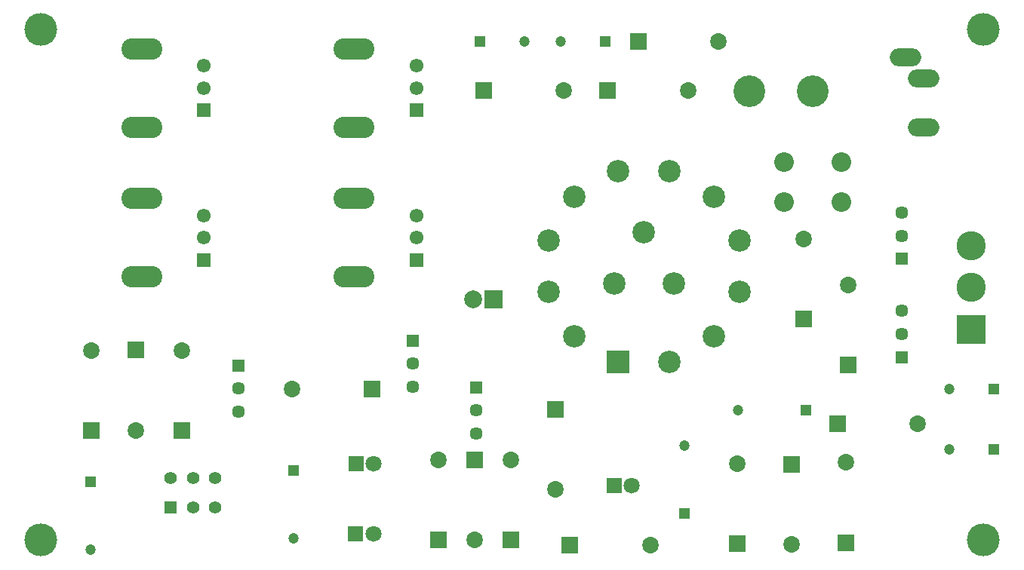
<source format=gts>
G04*
G04 #@! TF.GenerationSoftware,Altium Limited,Altium Designer,25.8.1 (18)*
G04*
G04 Layer_Color=8388736*
%FSLAX44Y44*%
%MOMM*%
G71*
G04*
G04 #@! TF.SameCoordinates,5FE610AC-4606-444D-BD4F-D10E618BF681*
G04*
G04*
G04 #@! TF.FilePolarity,Negative*
G04*
G01*
G75*
%ADD17R,1.4000X1.4000*%
%ADD18C,1.4000*%
%ADD19R,1.8580X1.8580*%
%ADD20R,1.8580X1.8580*%
%ADD21C,1.5500*%
%ADD22C,1.8580*%
%ADD23O,3.5240X2.0160*%
%ADD24C,3.2830*%
%ADD25C,1.4500*%
%ADD26C,3.5560*%
%ADD27R,3.2830X3.2830*%
%ADD28C,2.0080*%
%ADD29C,1.8080*%
%ADD30R,1.5500X1.5500*%
G04:AMPARAMS|DCode=31|XSize=2.4mm|YSize=4.6mm|CornerRadius=1.2mm|HoleSize=0mm|Usage=FLASHONLY|Rotation=90.000|XOffset=0mm|YOffset=0mm|HoleType=Round|Shape=RoundedRectangle|*
%AMROUNDEDRECTD31*
21,1,2.4000,2.2000,0,0,90.0*
21,1,0.0000,4.6000,0,0,90.0*
1,1,2.4000,1.1000,0.0000*
1,1,2.4000,1.1000,0.0000*
1,1,2.4000,-1.1000,0.0000*
1,1,2.4000,-1.1000,0.0000*
%
%ADD31ROUNDEDRECTD31*%
%ADD32C,2.5080*%
%ADD33C,3.6830*%
%ADD34R,1.2000X1.2000*%
%ADD35C,1.2000*%
%ADD36R,1.2000X1.2000*%
%ADD37R,1.8080X1.8080*%
%ADD38R,1.4500X1.4500*%
%ADD39R,2.0080X2.0080*%
%ADD40C,2.2080*%
%ADD41R,2.5080X2.5080*%
D17*
X187785Y80917D02*
D03*
D18*
X237785D02*
D03*
Y113917D02*
D03*
X187785D02*
D03*
X212785Y80917D02*
D03*
Y113917D02*
D03*
D19*
X635712Y38649D02*
D03*
X712169Y603963D02*
D03*
X538672Y548560D02*
D03*
X678079D02*
D03*
X936142Y174213D02*
D03*
X413815Y213355D02*
D03*
D20*
X487955Y43867D02*
D03*
X898103Y292115D02*
D03*
X884175Y128959D02*
D03*
X823302Y39580D02*
D03*
X528660Y133867D02*
D03*
X569364Y43867D02*
D03*
X148711Y257283D02*
D03*
X98577Y166747D02*
D03*
X619646Y190727D02*
D03*
X200453Y166975D02*
D03*
X945048Y41133D02*
D03*
X947898Y240740D02*
D03*
D21*
X463571Y408473D02*
D03*
Y383473D02*
D03*
X225123D02*
D03*
Y551469D02*
D03*
Y576469D02*
D03*
Y408473D02*
D03*
X463571Y576469D02*
D03*
Y551469D02*
D03*
D22*
X148711Y167283D02*
D03*
X725712Y38649D02*
D03*
X323815Y213355D02*
D03*
X98577Y256747D02*
D03*
X823302Y129580D02*
D03*
X628672Y548560D02*
D03*
X768079D02*
D03*
X802169Y603963D02*
D03*
X898103Y382115D02*
D03*
X1026142Y174213D02*
D03*
X884175Y38959D02*
D03*
X487955Y133867D02*
D03*
X619646Y100727D02*
D03*
X569364Y133867D02*
D03*
X200453Y256975D02*
D03*
X945048Y131133D02*
D03*
X947898Y330740D02*
D03*
X528660Y43867D02*
D03*
D23*
X1032264Y506989D02*
D03*
Y561989D02*
D03*
X1012264Y585989D02*
D03*
D24*
X1085606Y374626D02*
D03*
Y327626D02*
D03*
D25*
X1007658Y385711D02*
D03*
Y275414D02*
D03*
X530161Y163495D02*
D03*
Y189495D02*
D03*
X1007658Y411711D02*
D03*
Y301414D02*
D03*
X459384Y242041D02*
D03*
Y216041D02*
D03*
X263736Y214121D02*
D03*
Y188121D02*
D03*
D26*
X837427Y547910D02*
D03*
X907799D02*
D03*
D27*
X1085606Y280626D02*
D03*
D28*
X526850Y314158D02*
D03*
D29*
X705363Y104862D02*
D03*
X415544Y129978D02*
D03*
X415463Y50623D02*
D03*
D30*
X225123Y526469D02*
D03*
Y358473D02*
D03*
X463571D02*
D03*
Y526469D02*
D03*
D31*
X155122Y507469D02*
D03*
Y595469D02*
D03*
Y427473D02*
D03*
Y339473D02*
D03*
X393571Y427473D02*
D03*
Y339473D02*
D03*
Y595469D02*
D03*
Y507469D02*
D03*
D32*
X718746Y389724D02*
D03*
X690017Y458442D02*
D03*
X685404Y331974D02*
D03*
X640257Y429713D02*
D03*
X747475Y458442D02*
D03*
X825964Y322495D02*
D03*
X797235Y272735D02*
D03*
X747475Y244006D02*
D03*
X825964Y379953D02*
D03*
X797235Y429713D02*
D03*
X752088Y331974D02*
D03*
X611528Y322495D02*
D03*
X640257Y272735D02*
D03*
X611528Y379953D02*
D03*
D33*
X1099706Y43993D02*
D03*
Y617227D02*
D03*
X42070D02*
D03*
Y43993D02*
D03*
D34*
X764540Y73630D02*
D03*
X98309Y109396D02*
D03*
X325920Y122264D02*
D03*
D35*
X764540Y149890D02*
D03*
X1061770Y145527D02*
D03*
Y213891D02*
D03*
X824104Y189526D02*
D03*
X98309Y33136D02*
D03*
X625675Y604179D02*
D03*
X325920Y46004D02*
D03*
X584997Y604179D02*
D03*
D36*
X1111770Y145527D02*
D03*
Y213891D02*
D03*
X900364Y189526D02*
D03*
X675675Y604179D02*
D03*
X534997Y604179D02*
D03*
D37*
X395544Y129978D02*
D03*
X395463Y50623D02*
D03*
X685363Y104862D02*
D03*
D38*
X530161Y215495D02*
D03*
X1007658Y359711D02*
D03*
Y249414D02*
D03*
X459384Y268041D02*
D03*
X263736Y240121D02*
D03*
D39*
X549650Y314158D02*
D03*
D40*
X940586Y423161D02*
D03*
X875585Y468162D02*
D03*
Y423161D02*
D03*
X940586Y468162D02*
D03*
D41*
X690017Y244006D02*
D03*
M02*

</source>
